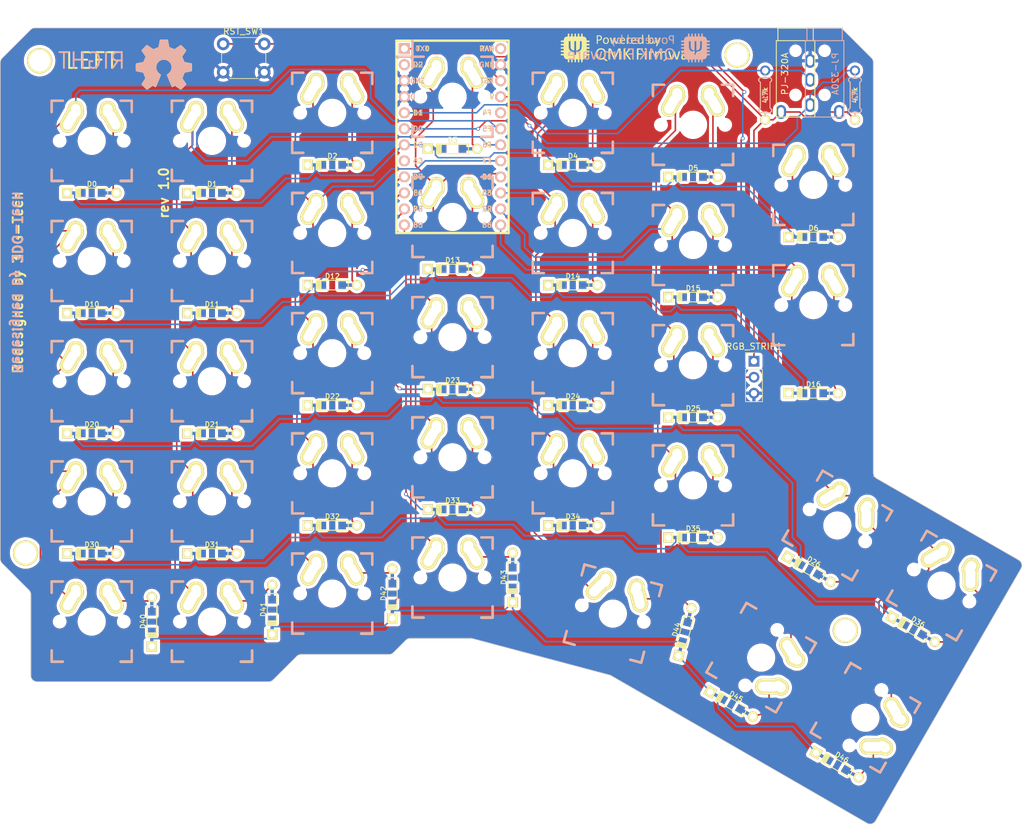
<source format=kicad_pcb>
(kicad_pcb (version 20221018) (generator pcbnew)
  (title_block (title "Redox keyboard PCB") (date "2018-05-05") (rev "1.0") (comment 1 "designed by Mattia Dal Ben (aka u/TiaMaT102)") (comment 2 "https://github.com/mattdibi/redox-keyboard"))
  (layers (0 "F.Cu" signal) (31 "B.Cu" signal) (34 "B.Paste" user) (35 "F.Paste" user) (36 "B.SilkS" user "B.Silkscreen") (37 "F.SilkS" user "F.Silkscreen") (38 "B.Mask" user) (39 "F.Mask" user) (44 "Edge.Cuts" user))
  (net 0 "")
  (net 1 "Net-(D0-Pad2)")
  (net 2 "row0")
  (net 3 "Net-(D1-Pad2)")
  (net 4 "Net-(D2-Pad2)")
  (net 5 "Net-(D3-Pad2)")
  (net 6 "Net-(D4-Pad2)")
  (net 7 "Net-(D5-Pad2)")
  (net 8 "Net-(D6-Pad2)")
  (net 9 "Net-(D10-Pad2)")
  (net 10 "row1")
  (net 11 "Net-(D11-Pad2)")
  (net 12 "Net-(D12-Pad2)")
  (net 13 "Net-(D13-Pad2)")
  (net 14 "Net-(D14-Pad2)")
  (net 15 "Net-(D15-Pad2)")
  (net 16 "Net-(D16-Pad2)")
  (net 17 "Net-(D20-Pad2)")
  (net 18 "row2")
  (net 19 "Net-(D21-Pad2)")
  (net 20 "Net-(D22-Pad2)")
  (net 21 "Net-(D23-Pad2)")
  (net 22 "Net-(D24-Pad2)")
  (net 23 "Net-(D25-Pad2)")
  (net 24 "Net-(D26-Pad2)")
  (net 25 "Net-(D30-Pad2)")
  (net 26 "row3")
  (net 27 "Net-(D31-Pad2)")
  (net 28 "Net-(D32-Pad2)")
  (net 29 "Net-(D33-Pad2)")
  (net 30 "Net-(D34-Pad2)")
  (net 31 "Net-(D35-Pad2)")
  (net 32 "Net-(D36-Pad2)")
  (net 33 "Net-(D40-Pad2)")
  (net 34 "row4")
  (net 35 "Net-(D41-Pad2)")
  (net 36 "Net-(D42-Pad2)")
  (net 37 "Net-(D43-Pad2)")
  (net 38 "Net-(D44-Pad2)")
  (net 39 "Net-(D45-Pad2)")
  (net 40 "Net-(D46-Pad2)")
  (net 41 "col0")
  (net 42 "col1")
  (net 43 "col2")
  (net 44 "col3")
  (net 45 "col4")
  (net 46 "col5")
  (net 47 "col6")
  (net 48 "VCC")
  (net 49 "SDA")
  (net 50 "SCL")
  (net 51 "rgb_data")
  (net 52 "GND")
  (net 53 "RST")
  (net 54 "Net-(U1-Pad2)")
  (net 55 "Net-(U1-Pad8)")
  (net 56 "Net-(U1-Pad20)")
  (net 57 "Net-(U1-Pad24)")
  (footprint "Keebio-Parts:Diode-dual" (layer "F.Cu") (at 93.98 60.110682 180)
    (fp_text reference "D0")
    (fp_text value "D" hide)
  )
  (footprint "Keebio-Parts:Diode-dual" (layer "F.Cu") (at 113.03 60.110682 180)
    (fp_text reference "D1")
    (fp_text value "D" hide)
  )
  (footprint "Keebio-Parts:Diode-dual" (layer "F.Cu") (at 132.08 55.665682 180)
    (fp_text reference "D2")
    (fp_text value "D" hide)
  )
  (footprint "Keebio-Parts:Diode-dual" (layer "F.Cu") (at 151.13 53.125682 180)
    (fp_text reference "D3")
    (fp_text value "D" hide)
  )
  (footprint "Keebio-Parts:Diode-dual" (layer "F.Cu") (at 170.18 55.665682 180)
    (fp_text reference "D4")
    (fp_text value "D" hide)
  )
  (footprint "Keebio-Parts:Diode-dual" (layer "F.Cu") (at 189.23 57.570682 180)
    (fp_text reference "D5")
    (fp_text value "D" hide)
  )
  (footprint "Keebio-Parts:Diode-dual" (layer "F.Cu") (at 208.28 67.095682 180)
    (fp_text reference "D6")
    (fp_text value "D" hide)
  )
  (footprint "Keebio-Parts:Diode-dual" (layer "F.Cu") (at 93.98 79.160682 180)
    (fp_text reference "D10")
    (fp_text value "D" hide)
  )
  (footprint "Keebio-Parts:Diode-dual" (layer "F.Cu") (at 113.03 79.160682 180)
    (fp_text reference "D11")
    (fp_text value "D" hide)
  )
  (footprint "Keebio-Parts:Diode-dual" (layer "F.Cu") (at 132.08 74.715682 180)
    (fp_text reference "D12")
    (fp_text value "D" hide)
  )
  (footprint "Keebio-Parts:Diode-dual" (layer "F.Cu") (at 151.13 72.175682 180)
    (fp_text reference "D13")
    (fp_text value "D" hide)
  )
  (footprint "Keebio-Parts:Diode-dual" (layer "F.Cu") (at 170.18 74.715682 180)
    (fp_text reference "D14")
    (fp_text value "D" hide)
  )
  (footprint "Keebio-Parts:Diode-dual" (layer "F.Cu") (at 189.23 76.620682 180)
    (fp_text reference "D15")
    (fp_text value "D" hide)
  )
  (footprint "Keebio-Parts:Diode-dual" (layer "F.Cu") (at 208.28 91.860682 180)
    (fp_text reference "D16")
    (fp_text value "D" hide)
  )
  (footprint "Keebio-Parts:Diode-dual" (layer "F.Cu") (at 93.98 98.210682 180)
    (fp_text reference "D20")
    (fp_text value "D" hide)
  )
  (footprint "Keebio-Parts:Diode-dual" (layer "F.Cu") (at 113.03 98.210682 180)
    (fp_text reference "D21")
    (fp_text value "D" hide)
  )
  (footprint "Keebio-Parts:Diode-dual" (layer "F.Cu") (at 132.08 93.765682 180)
    (fp_text reference "D22")
    (fp_text value "D" hide)
  )
  (footprint "Keebio-Parts:Diode-dual" (layer "F.Cu") (at 151.13 91.225682 180)
    (fp_text reference "D23")
    (fp_text value "D" hide)
  )
  (footprint "Keebio-Parts:Diode-dual" (layer "F.Cu") (at 170.18 93.765682 180)
    (fp_text reference "D24")
    (fp_text value "D" hide)
  )
  (footprint "Keebio-Parts:Diode-dual" (layer "F.Cu") (at 189.23 95.670682 180)
    (fp_text reference "D25")
    (fp_text value "D" hide)
  )
  (footprint "Keebio-Parts:Diode-dual" (layer "F.Cu") (at 207.645 119.800682 150)
    (fp_text reference "D26")
    (fp_text value "D" hide)
  )
  (footprint "Keebio-Parts:Diode-dual" (layer "F.Cu") (at 93.98 117.260682 180)
    (fp_text reference "D30")
    (fp_text value "D" hide)
  )
  (footprint "Keebio-Parts:Diode-dual" (layer "F.Cu") (at 113.03 117.260682 180)
    (fp_text reference "D31")
    (fp_text value "D" hide)
  )
  (footprint "Keebio-Parts:Diode-dual" (layer "F.Cu") (at 132.08 112.815682 180)
    (fp_text reference "D32")
    (fp_text value "D" hide)
  )
  (footprint "Keebio-Parts:Diode-dual" (layer "F.Cu") (at 151.13 110.275682 180)
    (fp_text reference "D33")
    (fp_text value "D" hide)
  )
  (footprint "Keebio-Parts:Diode-dual" (layer "F.Cu") (at 170.18 112.815682 180)
    (fp_text reference "D34")
    (fp_text value "D" hide)
  )
  (footprint "Keebio-Parts:Diode-dual" (layer "F.Cu") (at 189.23 114.720682 180)
    (fp_text reference "D35")
    (fp_text value "D" hide)
  )
  (footprint "Keebio-Parts:Diode-dual" (layer "F.Cu") (at 224.155 129.325682 150)
    (fp_text reference "D36")
    (fp_text value "D" hide)
  )
  (footprint "Keebio-Parts:Diode-dual" (layer "F.Cu") (at 103.505 128.055682 -90)
    (fp_text reference "D40")
    (fp_text value "D" hide)
  )
  (footprint "Keebio-Parts:Diode-dual" (layer "F.Cu") (at 122.555 126.150682 -90)
    (fp_text reference "D41")
    (fp_text value "D" hide)
  )
  (footprint "Keebio-Parts:Diode-dual" (layer "F.Cu") (at 141.605 123.610682 -90)
    (fp_text reference "D42")
    (fp_text value "D" hide)
  )
  (footprint "Keebio-Parts:Diode-dual" (layer "F.Cu") (at 160.655 121.070682 -90)
    (fp_text reference "D43")
    (fp_text value "D" hide)
  )
  (footprint "Keebio-Parts:Diode-dual" (layer "F.Cu") (at 187.96 129.706682 -105)
    (fp_text reference "D44")
    (fp_text value "D" hide)
  )
  (footprint "Keebio-Parts:Diode-dual" (layer "F.Cu") (at 195.326 141.136682 150)
    (fp_text reference "D45")
    (fp_text value "D" hide)
  )
  (footprint "Keebio-Parts:Diode-dual" (layer "F.Cu") (at 212.09 150.788682 150)
    (fp_text reference "D46")
    (fp_text value "D" hide)
  )
  (footprint "Keebio-Parts:Mx_Alps_100-dualside" (layer "F.Cu") (at 93.98 51.855682)
    (fp_text reference "K0" hide)
    (fp_text value "KEYSW" hide)
  )
  (footprint "canadian_footprints:Mx_Alps_100-dualside" (layer "F.Cu") (at 113.03 51.855682)
    (fp_text reference "K1" hide)
    (fp_text value "KEYSW" hide)
  )
  (footprint "canadian_footprints:Mx_Alps_100-dualside" (layer "F.Cu") (at 132.08 47.410682)
    (fp_text reference "K2" hide)
    (fp_text value "KEYSW" hide)
  )
  (footprint "canadian_footprints:Mx_Alps_100-dualside" (layer "F.Cu") (at 151.13 44.870682)
    (fp_text reference "K3" hide)
    (fp_text value "KEYSW" hide)
  )
  (footprint "canadian_footprints:Mx_Alps_100-dualside" (layer "F.Cu") (at 170.18 47.410682)
    (fp_text reference "K4" hide)
    (fp_text value "KEYSW" hide)
  )
  (footprint "canadian_footprints:Mx_Alps_100-dualside" (layer "F.Cu") (at 189.23 49.315682)
    (fp_text reference "K5" hide)
    (fp_text value "KEYSW" hide)
  )
  (footprint "canadian_footprints:Mx_Alps_100-dualside" (layer "F.Cu") (at 208.28 58.840682)
    (fp_text reference "K6" hide)
    (fp_text value "KEYSW" hide)
  )
  (footprint "Keebio-Parts:Mx_Alps_100-dualside" (layer "F.Cu") (at 93.98 70.905682)
    (fp_text reference "K10" hide)
    (fp_text value "KEYSW" hide)
  )
  (footprint "canadian_footprints:Mx_Alps_100-dualside" (layer "F.Cu") (at 113.03 70.905682)
    (fp_text reference "K11" hide)
    (fp_text value "KEYSW" hide)
  )
  (footprint "canadian_footprints:Mx_Alps_100-dualside" (layer "F.Cu") (at 132.08 66.460682)
    (fp_text reference "K12" hide)
    (fp_text value "KEYSW" hide)
  )
  (footprint "canadian_footprints:Mx_Alps_100-dualside" (layer "F.Cu") (at 151.13 63.920682)
    (fp_text reference "K13" hide)
    (fp_text value "KEYSW" hide)
  )
  (footprint "canadian_footprints:Mx_Alps_100-dualside" (layer "F.Cu") (at 170.18 66.460682)
    (fp_text reference "K14" hide)
    (fp_text value "KEYSW" hide)
  )
  (footprint "canadian_footprints:Mx_Alps_100-dualside" (layer "F.Cu") (at 189.23 68.365682)
    (fp_text reference "K15" hide)
    (fp_text value "KEYSW" hide)
  )
  (footprint "Keebio-Parts:Mx_Alps_100-dualside" (layer "F.Cu") (at 208.28 77.890682)
    (fp_text reference "K16" hide)
    (fp_text value "KEYSW" hide)
  )
  (footprint "Keebio-Parts:Mx_Alps_100-dualside" (layer "F.Cu") (at 93.98 89.955682)
    (fp_text reference "K20" hide)
    (fp_text value "KEYSW" hide)
  )
  (footprint "canadian_footprints:Mx_Alps_100-dualside" (layer "F.Cu") (at 113.03 89.955682)
    (fp_text reference "K21" hide)
    (fp_text value "KEYSW" hide)
  )
  (footprint "canadian_footprints:Mx_Alps_100-dualside" (layer "F.Cu") (at 132.08 85.510682)
    (fp_text reference "K22" hide)
    (fp_text value "KEYSW" hide)
  )
  (footprint "canadian_footprints:Mx_Alps_100-dualside" (layer "F.Cu") (at 151.13 82.970682)
    (fp_text reference "K23" hide)
    (fp_text value "KEYSW" hide)
  )
  (footprint "canadian_footprints:Mx_Alps_100-dualside" (layer "F.Cu") (at 170.18 85.510682)
    (fp_text reference "K24" hide)
    (fp_text value "KEYSW" hide)
  )
  (footprint "canadian_footprints:Mx_Alps_100-dualside" (layer "F.Cu") (at 189.23 87.415682)
    (fp_text reference "K25" hide)
    (fp_text value "KEYSW" hide)
  )
  (footprint "canadian_footprints:Mx_Alps_100-dualside" (layer "F.Cu") (at 212.09 112.815682 -30)
    (fp_text reference "K26" hide)
    (fp_text value "KEYSW" hide)
  )
  (footprint "Keebio-Parts:Mx_Alps_100-dualside" (layer "F.Cu") (at 93.98 109.005682)
    (fp_text reference "K30" hide)
    (fp_text value "KEYSW" hide)
  )
  (footprint "canadian_footprints:Mx_Alps_100-dualside" (layer "F.Cu") (at 113.03 109.005682)
    (fp_text reference "K31" hide)
    (fp_text value "KEYSW" hide)
  )
  (footprint "canadian_footprints:Mx_Alps_100-dualside" (layer "F.Cu") (at 132.08 104.560682)
    (fp_text reference "K32" hide)
    (fp_text value "KEYSW" hide)
  )
  (footprint "canadian_footprints:Mx_Alps_100-dualside" (layer "F.Cu") (at 151.13 102.020682)
    (fp_text reference "K33" hide)
    (fp_text value "KEYSW" hide)
  )
  (footprint "canadian_footprints:Mx_Alps_100-dualside" (layer "F.Cu") (at 170.18 104.560682)
    (fp_text reference "K34" hide)
    (fp_text value "KEYSW" hide)
  )
  (footprint "canadian_footprints:Mx_Alps_100-dualside" (layer "F.Cu") (at 189.23 106.465682)
    (fp_text reference "K35" hide)
    (fp_text value "KEYSW" hide)
  )
  (footprint "canadian_footprints:Mx_Alps_100-dualside" (layer "F.Cu") (at 228.6 122.340682 -30)
    (fp_text reference "K36" hide)
    (fp_text value "KEYSW" hide)
  )
  (footprint "canadian_footprints:Mx_Alps_100-dualside" (layer "F.Cu") (at 93.98 128.055682)
    (fp_text reference "K40" hide)
    (fp_text value "KEYSW" hide)
  )
  (footprint "canadian_footprints:Mx_Alps_100-dualside" (layer "F.Cu") (at 113.03 128.055682)
    (fp_text reference "K41" hide)
    (fp_text value "KEYSW" hide)
  )
  (footprint "canadian_footprints:Mx_Alps_100-dualside" (layer "F.Cu") (at 132.08 123.610682)
    (fp_text reference "K42" hide)
    (fp_text value "KEYSW" hide)
  )
  (footprint "canadian_footprints:Mx_Alps_100-dualside" (layer "F.Cu") (at 151.13 121.070682)
    (fp_text reference "K43" hide)
    (fp_text value "KEYSW" hide)
  )
  (footprint "myparts:Mx_Alps_125-dualside" (layer "F.Cu") (at 176.53 126.785682 -15)
    (fp_text reference "K44" hide)
    (fp_text value "KEYSW" hide)
  )
  (footprint "canadian_footprints:Mx_Alps_150-dualsided" (layer "F.Cu") (at 200.025 133.770682 -120)
    (fp_text reference "K45" hide)
    (fp_text value "KEYSW" hide)
  )
  (footprint "canadian_footprints:Mx_Alps_150-dualsided" (layer "F.Cu") (at 216.535 143.295682 -120)
    (fp_text reference "K46" hide)
    (fp_text value "KEYSW" hide)
  )
  (footprint "Keebio-Parts:Resistor-Compact" (layer "F.Cu") (at 200.66 44.616682 90)
    (fp_text reference "R1")
    (fp_text value "4.7k")
  )
  (footprint "Keebio-Parts:Resistor-Compact" (layer "F.Cu") (at 214.884 44.616682 90)
    (fp_text reference "R2")
    (fp_text value "4.7k")
  )
  (footprint "Pin_Headers:Pin_Header_Straight_1x03_Pitch2.54mm" (layer "F.Cu") (at 198.882 86.780682)
    (fp_text reference "RGB_STRIP1")
    (fp_text value "Conn_01x03")
  )
  (footprint "Buttons_Switches_ThroughHole:SW_PUSH_6mm_h4.3mm" (layer "F.Cu") (at 114.808 36.488682)
    (fp_text reference "RST_SW1")
    (fp_text value "SW_PUSH")
  )
  (footprint "Keebio-Parts:TRRS-PJ-320A-dual" (layer "F.Cu") (at 207.772 35.980682)
    (fp_text reference "TRRS1")
    (fp_text value "Audio-Jack-4")
  )
  (footprint "Keebio-Parts:ArduinoProMicro" (layer "F.Cu") (at 151.13 51.220682 -90)
    (fp_text reference "U1" hide)
    (fp_text value "ProMicro" hide)
  )
  (footprint "keyboard_parts:HOLE_M3" (layer "F.Cu") (at 213.36 129.452682)
    (fp_text reference "HOLE_M3" hide)
    (fp_text value "VAL**" hide)
  )
  (footprint "keyboard_parts:HOLE_M3" (layer "F.Cu") (at 85.725 39.155682)
    (fp_text reference "HOLE_M3" hide)
    (fp_text value "VAL**" hide)
  )
  (footprint "keyboard_parts:HOLE_M3" (layer "F.Cu") (at 103.508163 114.18153)
    (fp_text reference "HOLE_M3" hide)
    (fp_text value "VAL**" hide)
  )
  (footprint "keyboard_parts:HOLE_M3" (layer "F.Cu") (at 196.215 37.250682)
    (fp_text reference "HOLE_M3" hide)
    (fp_text value "VAL**" hide)
  )
  (footprint "Symbols:OSHW-Symbol_8.9x8mm_SilkScreen" (layer "F.Cu") (at 105.41 39.790682)
    (fp_text reference "REF***" hide)
    (fp_text value "OSHW-Logo2_14.6x12mm_SilkScreen" hide)
  )
  (footprint "myparts:qmk-badge" (layer "F.Cu") (at 179.578 37.123682)
    (fp_text reference "G***" hide)
    (fp_text value "LOGO" hide)
  )
  (footprint "Symbols:OSHW-Symbol_8.9x8mm_SilkScreen" (layer "B.Cu") (at 105.41 39.790682 180)
    (fp_text reference "REF***" hide)
    (fp_text value "OSHW-Logo2_14.6x12mm_SilkScreen" hide)
  )
  (footprint "myparts:qmk-badge" (layer "B.Cu") (at 180.594 37.123682 180)
    (fp_text reference "G***" hide)
    (fp_text value "LOGO" hide)
  )
  (gr_arc (start 85.328 137.580682) (mid 84.6209 137.287788) (end 84.328 136.580682) (stroke (width 0.1)) (layer "Edge.Cuts"))
  (gr_arc (start 240.812752 118.285901) (mid 241.280145 118.892733) (end 241.181078 119.652272) (stroke (width 0.1)) (layer "Edge.Cuts"))
  (gr_arc (start 79.502 39.442896) (mid 79.57812 39.060213) (end 79.794893 38.735789) (stroke (width 0.1)) (layer "Edge.Cuts"))
  (gr_line (start 217.512107 38.735789) (end 213.017893 34.241575) (stroke (width 0.1)) (layer "Edge.Cuts"))
  (gr_arc (start 212.310786 33.948682) (mid 212.693469 34.024802) (end 213.017893 34.241575) (stroke (width 0.1)) (layer "Edge.Cuts"))
  (gr_line (start 217.805 39.442896) (end 217.805 49.188682) (stroke (width 0.1)) (layer "Edge.Cuts"))
  (gr_line (start 218.146729 159.632836) (end 241.181078 119.652272) (stroke (width 0.1)) (layer "Edge.Cuts"))
  (gr_line (start 176.02107 136.530666) (end 154.304289 130.756262) (stroke (width 0.1)) (layer "Edge.Cuts"))
  (gr_arc (start 176.02107 136.530666) (mid 176.145671 136.572745) (end 176.263672 136.630812) (stroke (width 0.1)) (layer "Edge.Cuts"))
  (gr_line (start 79.794893 38.735789) (end 84.289107 34.241575) (stroke (width 0.1)) (layer "Edge.Cuts"))
  (gr_line (start 141.770893 132.969789) (end 143.725107 131.015575) (stroke (width 0.1)) (layer "Edge.Cuts"))
  (gr_line (start 84.328 123.770896) (end 84.328 136.580682) (stroke (width 0.1)) (layer "Edge.Cuts"))
  (gr_arc (start 84.289107 34.241575) (mid 84.613532 34.024811) (end 84.996214 33.948682) (stroke (width 0.1)) (layer "Edge.Cuts"))
  (gr_line (start 79.502 42.330682) (end 79.502 118.116468) (stroke (width 0.1)) (layer "Edge.Cuts"))
  (gr_line (start 216.780625 159.999866) (end 176.263672 136.630812) (stroke (width 0.1)) (layer "Edge.Cuts"))
  (gr_line (start 85.328 137.580682) (end 122.013786 137.580682) (stroke (width 0.1)) (layer "Edge.Cuts"))
  (gr_line (start 212.310786 33.948682) (end 84.996214 33.948682) (stroke (width 0.1)) (layer "Edge.Cuts"))
  (gr_line (start 127.160214 133.262682) (end 141.063786 133.262682) (stroke (width 0.1)) (layer "Edge.Cuts"))
  (gr_line (start 79.794893 118.823575) (end 84.035107 123.063789) (stroke (width 0.1)) (layer "Edge.Cuts"))
  (gr_arc (start 218.146729 159.632836) (mid 217.539717 160.099376) (end 216.780625 159.999866) (stroke (width 0.1)) (layer "Edge.Cuts"))
  (gr_arc (start 126.453107 133.555575) (mid 126.77753 133.338802) (end 127.160214 133.262682) (stroke (width 0.1)) (layer "Edge.Cuts"))
  (gr_line (start 122.720893 137.287789) (end 126.453107 133.555575) (stroke (width 0.1)) (layer "Edge.Cuts"))
  (gr_arc (start 218.306876 105.356993) (mid 217.939521 104.990824) (end 217.805 104.489888) (stroke (width 0.1)) (layer "Edge.Cuts"))
  (gr_line (start 217.805 49.188682) (end 217.805 104.489888) (stroke (width 0.1)) (layer "Edge.Cuts"))
  (gr_line (start 218.306876 105.356993) (end 240.812752 118.285901) (stroke (width 0.1)) (layer "Edge.Cuts"))
  (gr_arc (start 79.794893 118.823575) (mid 79.57812 118.499152) (end 79.502 118.116468) (stroke (width 0.1)) (layer "Edge.Cuts"))
  (gr_arc (start 154.047322 130.722682) (mid 154.176897 130.731115) (end 154.304289 130.756262) (stroke (width 0.1)) (layer "Edge.Cuts"))
  (gr_arc (start 143.725107 131.015575) (mid 144.049532 130.798811) (end 144.432214 130.722682) (stroke (width 0.1)) (layer "Edge.Cuts"))
  (gr_arc (start 217.512107 38.735789) (mid 217.72888 39.060212) (end 217.805 39.442896) (stroke (width 0.1)) (layer "Edge.Cuts"))
  (gr_arc (start 122.720893 137.287789) (mid 122.39647 137.504562) (end 122.013786 137.580682) (stroke (width 0.1)) (layer "Edge.Cuts"))
  (gr_arc (start 84.035107 123.063789) (mid 84.25188 123.388212) (end 84.328 123.770896) (stroke (width 0.1)) (layer "Edge.Cuts"))
  (gr_arc (start 141.770893 132.969789) (mid 141.44647 133.186561) (end 141.063786 133.262682) (stroke (width 0.1)) (layer "Edge.Cuts"))
  (gr_line (start 154.047322 130.722682) (end 144.432214 130.722682) (stroke (width 0.1)) (layer "Edge.Cuts"))
  (gr_line (start 79.502 39.442896) (end 79.502 42.330682) (stroke (width 0.1)) (layer "Edge.Cuts"))
  (gr_text "Redesigned by 3DG-Tech" (at 81.28 88.9 -90) (layer "B.SilkS") (effects (font (size 1.5 1.5) (thickness 0.3) bold) (justify left bottom mirror)))
  (gr_text "RIGHT" (at 93.98 39.155682) (layer "B.SilkS") (effects (font (size 2.5 2.5) (thickness 0.3)) (justify mirror)))
  (gr_text "LEFT" (at 93.98 39.155682) (layer "F.SilkS") (effects (font (size 2.5 2.5) (thickness 0.3))))
  (gr_text "Redesigned by 3DG-Tech" (at 83.169817 88.937439 90) (layer "F.SilkS") (effects (font (size 1.5 1.5) (thickness 0.3) bold) (justify left bottom)))
  (gr_text "rev 1.0" (at 105.41 60.110682 90) (layer "F.SilkS") (effects (font (size 1.5 1.5) (thickness 0.3))))
  (segment (start 97.385 48.585682) (end 97.385 59.615682) (width 0.25) (layer "F.Cu") (net 1))
  (segment (start 97.385 59.615682) (end 97.88 60.110682) (width 0.25) (layer "F.Cu") (net 1))
  (segment (start 110.33 61.286682) (end 110.744 61.700682) (width 0.25) (layer "B.Cu") (net 2))
  (segment (start 110.744 61.700682) (end 120.838 61.700682) (width 0.25) (layer "B.Cu") (net 2))
  (segment (start 120.838 61.700682) (end 124.714 57.824682) (width 0.25) (layer "B.Cu") (net 2))
  (segment (start 124.714 57.824682) (end 128.27 57.824682) (width 0.25) (layer "B.Cu") (net 2))
  (segment (start 128.27 57.824682) (end 129.38 56.714682) (width 0.25) (layer "B.Cu") (net 2))
  (segment (start 129.38 56.714682) (end 129.38 55.665682) (width 0.25) (layer "B.Cu") (net 2))
  (segment (start 129.38 56.394682) (end 130.302 57.316682) (width 0.25) (layer "B.Cu") (net 2))
  (segment (start 130.302 57.316682) (end 138.43 57.316682) (width 0.25) (layer "B.Cu") (net 2))
  (segment (start 138.43 57.316682) (end 143.256 52.490682) (width 0.25) (layer "B.Cu") (net 2))
  (segment (start 143.256 52.490682) (end 143.51 52.490682) (width 0.25) (layer "B.Cu") (net 2))
  (segment (start 147.795 52.490682) (end 148.43 53.125682) (width 0.25) (layer "B.Cu") (net 2))
  (segment (start 148.43 54.108682) (end 148.844 54.522682) (width 0.25) (layer "B.Cu") (net 2))
  (segment (start 148.844 54.522682) (end 156.972 54.522682) (width 0.25) (layer "B.Cu") (net 2))
  (segment (start 156.972 54.522682) (end 157.734 53.760682) (width 0.25) (layer "B.Cu") (net 2))
  (segment (start 157.734 53.760682) (end 165.575 53.760682) (width 0.25) (layer "B.Cu") (net 2))
  (segment (start 165.575 53.760682) (end 167.48 55.665682) (width 0.25) (layer "B.Cu") (net 2))
  (segment (start 167.48 56.648682) (end 169.926 59.094682) (width 0.25) (layer "B.Cu") (net 2))
  (segment (start 169.926 59.094682) (end 185.006 59.094682) (width 0.25) (layer "B.Cu") (net 2))
  (segment (start 185.006 59.094682) (end 186.53 57.570682) (width 0.25) (layer "B.Cu") (net 2))
  (segment (start 186.53 58.172682) (end 187.452 59.094682) (width 0.25) (layer "B.Cu") (net 2))
  (segment (start 187.452 59.094682) (end 197.579 59.094682) (width 0.25) (layer "B.Cu") (net 2))
  (segment (start 197.579 59.094682) (end 205.58 67.095682) (width 0.25) (layer "B.Cu") (net 2))
  (segment (start 167.48 55.665682) (end 167.48 56.648682) (width 0.25) (layer "B.Cu") (net 2))
  (segment (start 109.728 61.888682) (end 110.33 61.286682) (width 0.25) (layer "B.Cu") (net 2))
  (segment (start 91.28 60.883341) (end 92.285341 61.888682) (width 0.25) (layer "B.Cu") (net 2))
  (segment (start 148.43 53.125682) (end 148.43 54.108682) (width 0.25) (layer "B.Cu") (net 2))
  (segment (start 129.38 55.665682) (end 129.38 56.394682) (width 0.25) (layer "B.Cu") (net 2))
  (segment (start 91.28 60.110682) (end 91.28 60.883341) (width 0.25) (layer "B.Cu") (net 2))
  (segment (start 92.285341 61.888682) (end 109.728 61.888682) (width 0.25) (layer "B.Cu") (net 2))
  (segment (start 186.53 57.570682) (end 186.53 58.172682) (width 0.25) (layer "B.Cu") (net 2))
  (segment (start 143.51 52.490682) (end 147.795 52.490682) (width 0.25) (layer "B.Cu") (net 2))
  (segment (start 110.33 60.110682) (end 110.33 61.286682) (width 0.25) (layer "B.Cu") (net 2))
  (segment (start 116.185 59.365682) (end 116.93 60.110682) (width 0.25) (layer "F.Cu") (net 3))
  (segment (start 116.185 48.585682) (end 116.185 59.365682) (width 0.25) (layer "F.Cu") (net 3))
  (segment (start 135.235 54.920682) (end 135.98 55.665682) (width 0.25) (layer "F.Cu") (net 4))
  (segment (start 135.235 44.140682) (end 135.235 54.920682) (width 0.25) (layer "F.Cu") (net 4))
  (segment (start 154.285 52.380682) (end 155.03 53.125682) (width 0.25) (layer "F.Cu") (net 5))
  (segment (start 154.285 41.600682) (end 154.285 52.380682) (width 0.25) (layer "F.Cu") (net 5))
  (segment (start 173.335 54.920682) (end 174.08 55.665682) (width 0.25) (layer "F.Cu") (net 6))
  (segment (start 173.335 44.140682) (end 173.335 54.920682) (width 0.25) (layer "F.Cu") (net 6))
  (segment (start 192.385 56.825682) (end 193.13 57.570682) (width 0.25) (layer "F.Cu") (net 7))
  (segment (start 192.385 46.045682) (end 192.385 56.825682) (width 0.25) (layer "F.Cu") (net 7))
  (segment (start 211.435 66.350682) (end 212.18 67.095682) (width 0.25) (layer "F.Cu") (net 8))
  (segment (start 211.435 55.570682) (end 211.435 66.350682) (width 0.25) (layer "F.Cu") (net 8))
  (segment (start 97.385 78.665682) (end 97.88 79.160682) (width 0.25) (layer "F.Cu") (net 9))
  (segment (start 97.385 67.635682) (end 97.385 78.665682) (width 0.25) (layer "F.Cu") (net 9))
  (segment (start 143.002 57.570682) (end 140.462 60.110682) (width 0.25) (layer "F.Cu") (net 10))
  (segment (start 140.462 60.110682) (end 140.462 70.016682) (width 0.25) (layer "F.Cu") (net 10))
  (segment (start 140.462 70.016682) (end 138.176 72.302682) (width 0.25) (layer "F.Cu") (net 10))
  (segment (start 138.176 72.302682) (end 136.906 72.302682) (width 0.25) (layer "F.Cu") (net 10))
  (segment (start 143.51 57.570682) (end 143.002 57.570682) (width 0.25) (layer "F.Cu") (net 10))
  (via (at 136.906 72.302682) (size 0.6) (drill 0.4) (layers "F.Cu" "B.Cu") (net 10))
  (segment (start 110.33 80.082682) (end 110.998 80.750682) (width 0.25) (layer "B.Cu") (net 10))
  (segment (start 110.998 80.750682) (end 120.838 80.750682) (width 0.25) (layer "B.Cu") (net 10))
  (segment (start 120.838 80.750682) (end 124.206 77.382682) (width 0.25) (layer "B.Cu") (net 10))
  (segment (start 124.206 77.382682) (end 126.713 77.382682) (width 0.25) (layer "B.Cu") (net 10))
  (segment (start 126.713 77.382682) (end 129.38 74.715682) (width 0.25) (layer "B.Cu") (net 10))
  (segment (start 129.38 75.698682) (end 130.048 76.366682) (width 0.25) (layer "B.Cu") (net 10))
  (segment (start 130.048 76.366682) (end 141.224 76.366682) (width 0.25) (layer "B.Cu") (net 10))
  (segment (start 141.224 76.366682) (end 143.764 73.826682) (width 0.25) (layer "B.Cu") (net 10))
  (segment (start 143.764 73.826682) (end 146.779 73.826682) (width 0.25) (layer "B.Cu") (net 10))
  (segment (start 146.779 73.826682) (end 148.43 72.175682) (width 0.25) (layer "B.Cu") (net 10))
  (segment (start 148.43 73.158682) (end 148.844 73.572682) (width 0.25) (layer "B.Cu") (net 10))
  (segment (start 148.844 73.572682) (end 160.528 73.572682) (width 0.25) (layer "B.Cu") (net 10))
  (segment (start 160.528 73.572682) (end 163.576 76.620682) (width 0.25) (layer "B.Cu") (net 10))
  (segment (start 163.576 76.620682) (end 166.624 76.620682) (width 0.25) (layer "B.Cu") (net 10))
  (segment (start 166.624 76.620682) (end 167.48 75.764682) (width 0.25) (layer "B.Cu") (net 10))
  (segment (start 167.48 75.764682) (end 167.48 74.715682) (width 0.25) (layer "B.Cu") (net 10))
  (segment (start 167.48 75.444682) (end 168.656 76.620682) (width 0.25) (layer "B.Cu") (net 10))
  (segment (start 168.656 76.620682) (end 181.864 76.620682) (width 0.25) (layer "B.Cu") (net 10))
  (segment (start 181.864 76.620682) (end 184.15 78.906682) (width 0.25) (layer "B.Cu") (net 10))
  (segment (start 184.15 78.906682) (end 185.674 78.906682) (width 0.25) (layer "B.Cu") (net 10))
  (segment (start 185.674 78.906682) (end 186.53 78.050682) (width 0.25) (layer "B.Cu") (net 10))
  (segment (start 186.53 78.050682) (end 186.53 76.620682) (width 0.25) (layer "B.Cu") (net 10))
  (segment (start 186.53 77.796682) (end 187.386 78.652682) (width 0.25) (layer "B.Cu") (net 10))
  (segment (start 187.386 78.652682) (end 195.58 78.652682) (width 0.25) (layer "B.Cu") (net 10))
  (segment (start 195.58 78.652682) (end 206.705 89.777682) (width 0.25) (layer "B.Cu") (net 10))
  (segment (start 206.705 89.777682) (end 206.705 91.860682) (width 0.25) (layer "B.Cu") (net 10))
  (segment (start 136.906 72.302682) (end 136.652 72.556682) (width 0.25) (layer "B.Cu") (net 10))
  (segment (start 136.652 72.556682) (end 131.539 72.556682) (width 0.25) (layer "B.Cu") (net 10))
  (segment (start 131.539 72.556682) (end 129.38 74.715682) (width 0.25) (layer "B.Cu") (net 10))
  (segment (start 109.474 80.938682) (end 110.33 80.082682) (width 0.25) (layer "B.Cu") (net 10))
  (segment (start 91.28 79.160682) (end 91.28 79.856682) (width 0.25) (layer "B.Cu") (net 10))
  (segment (start 129.38 74.715682) (end 129.38 75.698682) (width 0.25) (layer "B.Cu") (net 10))
  (segment (start 148.43 72.175682) (end 148.43 73.158682) (width 0.25) (layer "B.Cu") (net 10))
  (segment (start 167.48 74.715682) (end 167.48 75.444682) (width 0.25) (layer "B.Cu") (net 10))
  (segment (start 91.28 79.856682) (end 92.362 80.938682) (width 0.25) (layer "B.Cu") (net 10))
  (segment (start 110.33 79.160682) (end 110.33 80.082682) (width 0.25) (layer "B.Cu") (net 10))
  (segment (start 92.362 80.938682) (end 109.474 80.938682) (width 0.25) (layer "B.Cu") (net 10))
  (segment (start 186.53 76.620682) (end 186.53 77.796682) (width 0.25) (layer "B.Cu") (net 10))
  (segment (start 116.185 78.415682) (end 116.93 79.160682) (width 0.25) (layer "F.Cu") (net 11))
  (segment (start 116.185 67.635682) (end 116.185 78.415682) (width 0.25) (layer "F.Cu") (net 11))
  (segment (start 135.235 73.970682) (end 135.98 74.715682) (width 0.25) (layer "F.Cu") (net 12))
  (segment (start 135.235 63.190682) (end 135.235 73.970682) (width 0.25) (layer "F.Cu") (net 12))
  (segment (start 154.285 71.430682) (end 155.03 72.175682) (width 0.25) (layer "F.Cu") (net 13))
  (segment (start 154.285 60.650682) (end 154.285 71.430682) (width 0.25) (layer "F.Cu") (net 13))
  (segment (start 173.335 73.970682) (end 174.08 74.715682) (width 0.25) (layer "F.Cu") (net 14))
  (segment (start 173.335 63.190682) (end 173.335 73.970682) (width 0.25) (layer "F.Cu") (net 14))
  (segment (start 192.385 75.875682) (end 193.13 76.620682) (width 0.25) (layer "F.Cu") (net 15))
  (segment (start 192.385 65.095682) (end 192.385 75.875682) (width 0.25) (layer "F.Cu") (net 15))
  (segment (start 211.55 90.595682) (end 212.18 91.860682) (width 0.25) (layer "F.Cu") (net 16))
  (segment (start 210.058 72.302682) (end 210.82 73.064682) (width 0.25) (layer "F.Cu") (net 16))
  (segment (start 211.55 90.595682) (end 211.55 74.755682) (width 0.25) (layer "F.Cu") (net 16))
  (segment (start 211.55 74.755682) (end 211.685 74.620682) (width 0.25) (layer "F.Cu") (net 16))
  (segment (start 97.385 86.685682) (end 97.385 97.715682) (width 0.25) (layer "F.Cu") (net 17))
  (segment (start 97.385 97.715682) (end 97.88 98.210682) (width 0.25) (layer "F.Cu") (net 17))
  (segment (start 143.002 60.110682) (end 141.224 61.888682) (width 0.25) (layer "F.Cu") (net 18))
  (segment (start 141.224 61.888682) (end 141.224 89.574682) (width 0.25) (layer "F.Cu") (net 18))
  (segment (start 141.224 89.574682) (end 142.748 91.098682) (width 0.25) (layer "F.Cu") (net 18))
  (segment (start 143.51 60.110682) (end 143.002 60.110682) (width 0.25) (layer "F.Cu") (net 18))
  (via (at 142.748 91.098682) (size 0.6) (drill 0.4) (layers "F.Cu" "B.Cu") (net 18))
  (segment (start 110.33 99.386682) (end 111.186 100.242682) (width 0.25) (layer "B.Cu") (net 18))
  (segment (start 111.186 100.242682) (end 119.38 100.242682) (width 0.25) (layer "B.Cu") (net 18))
  (segment (start 119.38 100.242682) (end 123.698 95.924682) (width 0.25) (layer "B.Cu") (net 18))
  (segment (start 123.698 95.924682) (end 128.27 95.924682) (width 0.25) (layer "B.Cu") (net 18))
  (segment (start 128.27 95.924682) (end 129.38 94.814682) (width 0.25) (layer "B.Cu") (net 18))
  (segment (start 129.38 94.814682) (end 130.048 95.482682) (width 0.25) (layer "B.Cu") (net 18))
  (segment (start 130.048 95.482682) (end 140.904 95.482682) (width 0.25) (layer "B.Cu") (net 18))
  (segment (start 140.904 95.482682) (end 143.256 93.130682) (width 0.25) (layer "B.Cu") (net 18))
  (segment (start 143.256 93.130682) (end 147.574 93.130682) (width 0.25) (layer "B.Cu") (net 18))
  (segment (start 147.574 93.130682) (end 148.43 92.274682) (width 0.25) (layer "B.Cu") (net 18))
  (segment (start 148.43 92.274682) (end 148.43 91.225682) (width 0.25) (layer "B.Cu") (net 18))
  (segment (start 148.43 92.208682) (end 149.606 93.384682) (width 0.25) (layer "B.Cu") (net 18))
  (segment (start 149.606 93.384682) (end 163.322 93.384682) (width 0.25) (layer "B.Cu") (net 18))
  (segment (start 163.322 93.384682) (end 165.1 95.162682) (width 0.25) (layer "B.Cu") (net 18))
  (segment (start 165.1 95.162682) (end 167.132 95.162682) (width 0.25) (layer "B.Cu") (net 18))
  (segment (start 167.132 95.162682) (end 167.48 94.814682) (width 0.25) (layer "B.Cu") (net 18))
  (segment (start 167.48 94.814682) (end 167.48 93.765682) (width 0.25) (layer "B.Cu") (net 18))
  (segment (start 167.48 94.494682) (end 170.434 97.448682) (width 0.25) (layer "B.Cu") (net 18))
  (segment (start 170.434 97.448682) (end 185.674 97.448682) (width 0.25) (layer "B.Cu") (net 18))
  (segment (start 185.674 97.448682) (end 186.53 96.592682) (width 0.25) (layer "B.Cu") (net 18))
  (segment (start 186.53 96.592682) (end 186.53 95.670682) (width 0.25) (layer "B.Cu") (net 18))
  (segment (start 186.53 96.526682) (end 187.706 97.702682) (width 0.25) (layer "B.Cu") (net 18))
  (segment (start 187.706 97.702682) (end 196.596 97.702682) (width 0.25) (layer "B.Cu") (net 18))
  (segment (start 196.596 97.702682) (end 204.978 106.084682) (width 0.25) (layer "B.Cu") (net 18))
  (segment (start 204.978 106.084682) (end 204.978 114.720682) (width 0.25) (layer "B.Cu") (net 18))
  (segment (start 204.978 114.720682) (end 206.28101 116.023692) (width 0.25) (layer "B.Cu") (net 18))
  (segment (start 206.28101 116.023692) (end 206.28101 119.013182) (width 0.25) (layer "B.Cu") (net 18))
  (segment (start 142.748 91.098682) (end 142.875 91.225682) (width 0.25) (layer "B.Cu") (net 18))
  (segment (start 142.875 91.225682) (end 147.23 91.225682) (width 0.25) (layer "B.Cu") (net 18))
  (segment (start 147.23 91.225682) (end 148.43 91.225682) (width 0.25) (layer "B.Cu") (net 18))
  (segment (start 167.48 93.765682) (end 167.48 94.494682) (width 0.25) (layer "B.Cu") (net 18))
  (segment (start 110.33 98.210682) (end 110.33 99.386682) (width 0.25) (layer "B.Cu") (net 18))
  (segment (start 129.38 93.765682) (end 129.38 94.814682) (width 0.25) (layer "B.Cu") (net 18))
  (segment (start 186.53 95.670682) (end 186.53 96.526682) (width 0.25) (layer "B.Cu") (net 18))
  (segment (start 148.43 91.225682) (end 148.43 92.208682) (width 0.25) (layer "B.Cu") (net 18))
  (segment (start 109.474 100.242682) (end 110.33 99.386682) (width 0.25) (layer "B.Cu") (net 18))
  (segment (start 91.28 98.210682) (end 91.28 98.906682) (width 0.25) (layer "B.Cu") (net 18))
  (segment (start 92.616 100.242682) (end 109.474 100.242682) (width 0.25) (layer "B.Cu") (net 18))
  (segment (start 91.28 98.906682) (end 92.616 100.242682) (width 0.25) (layer "B.Cu") (net 18))
  (segment (start 116.185 97.465682) (end 116.93 98.210682) (width 0.25) (layer "F.Cu") (net 19))
  (segment (start 116.185 86.685682) (end 116.185 97.465682) (width 0.25) (layer "F.Cu") (net 19))
  (segment (start 135.235 93.020682) (end 135.98 93.765682) (width 0.25) (layer "F.Cu") (net 20))
  (segment (start 135.235 82.240682) (end 135.235 93.020682) (width 0.25) (layer "F.Cu") (net 20))
  (segment (start 154.285 90.480682) (end 155.03 91.225682) (width 0.25) (layer "F.Cu") (net 21))
  (segment (start 154.285 79.700682) (end 154.285 90.480682) (width 0.25) (layer "F.Cu") (net 21))
  (segment (start 173.335 93.020682) (end 174.08 93.765682) (width 0.25) (layer "F.Cu") (net 22))
  (segment (start 173.335 82.240682) (end 173.335 93.020682) (width 0.25) (layer "F.Cu") (net 22))
  (segment (start 192.385 94.925682) (end 193.13 95.670682) (width 0.25) (layer "F.Cu") (net 23))
  (segment (start 192.385 84.145682) (end 192.385 94.925682) (width 0.25) (layer "F.Cu") (net 23))
  (segment (start 216.45731 111.975992) (end 218.186 113.704682) (width 0.25) (layer "F.Cu") (net 24))
  (segment (start 218.186 113.704682) (end 218.186 117.514682) (width 0.25) (layer "F.Cu") (net 24))
  (segment (start 218.186 117.514682) (end 213.95 121.750682) (width 0.25) (layer "F.Cu") (net 24))
  (segment (start 213.95 121.750682) (end 211.022499 121.750682) (width 0.25) (layer "F.Cu") (net 24))
  (segment (start 216.45731 111.561279) (end 216.45731 111.975992) (width 0.25) (layer "F.Cu") (net 24))
  (segment (start 97.385 105.735682) (end 97.385 116.765682) (width 0.25) (layer "F.Cu") (net 25))
  (segment (start 97.385 116.765682) (end 97.88 117.260682) (width 0.25) (layer "F.Cu") (net 25))
  (segment (start 143.51 62.904682) (end 141.986 64.428682) (width 0.25) (layer "F.Cu") (net 26))
  (segment (start 141.986 64.428682) (end 141.986 67.222682) (width 0.25) (layer "F.Cu") (net 26))
  (segment (start 141.986 67.222682) (end 143.764 69.000682) (width 0.25) (layer "F.Cu") (net 26))
  (segment (start 143.764 69.000682) (end 143.764 107.862682) (width 0.25) (layer "F.Cu") (net 26))
  (segment (start 143.51 62.650682) (end 143.51 62.904682) (width 0.25) (layer "F.Cu") (net 26))
  (via (at 143.764 107.862682) (size 0.6) (drill 0.4) (layers "F.Cu" "B.Cu") (net 26))
  (segment (start 110.33 118.116682) (end 110.998 118.784682) (width 0.25) (layer "B.Cu") (net 26))
  (segment (start 110.998 118.784682) (end 121.412 118.784682) (width 0.25) (layer "B.Cu") (net 26))
  (segment (start 121.412 118.784682) (end 125.476 114.720682) (width 0.25) (layer "B.Cu") (net 26))
  (segment (start 125.476 114.720682) (end 128.27 114.720682) (width 0.25) (layer "B.Cu") (net 26))
  (segment (start 128.27 114.720682) (end 129.38 113.610682) (width 0.25) (layer "B.Cu") (net 26))
  (segment (start 129.38 113.610682) (end 129.38 112.815682) (width 0.25) (layer "B.Cu") (net 26))
  (segment (start 129.38 113.544682) (end 130.556 114.720682) (width 0.25) (layer "B.Cu") (net 26))
  (segment (start 130.556 114.720682) (end 139.954 114.720682) (width 0.25) (layer "B.Cu") (net 26))
  (segment (start 139.954 114.720682) (end 143.002 111.672682) (width 0.25) (layer "B.Cu") (net 26))
  (segment (start 143.002 111.672682) (end 147.828 111.672682) (width 0.25) (layer "B.Cu") (net 26))
  (segment (start 147.828 111.672682) (end 148.43 111.070682) (width 0.25) (layer "B.Cu") (net 26))
  (segment (start 148.43 111.070682) (end 148.43 110.275682) (width 0.25) (layer "B.Cu") (net 26))
  (segment (start 148.43 111.004682) (end 150.114 112.688682) (width 0.25) (layer "B.Cu") (net 26))
  (segment (start 150.114 112.688682) (end 160.782 112.688682) (width 0.25) (layer "B.Cu") (net 26))
  (segment (start 160.782 112.688682) (end 162.56 114.466682) (width 0.25) (layer "B.Cu") (net 26))
  (segment (start 162.56 114.466682) (end 166.878 114.466682) (width 0.25) (layer "B.Cu") (net 26))
  (segment (start 166.878 114.466682) (end 167.48 113.864682) (width 0.25) (layer "B.Cu") (net 26))
  (segment (start 167.48 113.864682) (end 167.48 112.815682) (width 0.25) (layer "B.Cu") (net 26))
  (segment (start 167.48 113.798682) (end 168.148 114.466682) (width 0.25) (layer "B.Cu") (net 26))
  (segment (start 168.148 114.466682) (end 178.308 114.466682) (width 0.25) (layer "B.Cu") (net 26))
  (segment (start 178.308 114.466682) (end 180.34 116.498682) (width 0.25) (layer "B.Cu") (net 26))
  (segment (start 180.34 116.498682) (end 185.42 116.498682) (width 0.25) (layer "B.Cu") (net 26))
  (segment (start 185.42 116.498682) (end 186.53 115.388682) (width 0.25) (layer "B.Cu") (net 26))
  (segment (start 186.53 115.388682) (end 186.53 114.720682) (width 0.25) (layer "B.Cu") (net 26))
  (segment (start 186.53 115.068682) (end 188.468 117.006682) (width 0.25) (layer "B.Cu") (net 26))
  (segment (start 188.468 117.006682) (end 200.914 117.006682) (width 0.25) (layer "B.Cu") (net 26))
  (segment (start 200.914 117.006682) (end 208.788 124.880682) (width 0.25) (layer "B.Cu") (net 26))
  (segment (start 208.788 124.880682) (end 218.282501 124.880682) (width 0.25) (layer "B.Cu") (net 26))
  (segment (start 218.282501 124.880682) (end 220.777501 127.375682) (width 0.25) (layer "B.Cu") (net 26))
  (segment (start 220.777501 127.375682) (end 221.816731 127.975682) (width 0.25) (layer "B.Cu") (net 26))
  (segment (start 143.764 107.862682) (end 146.177 110.275682) (width 0.25) (layer "B.Cu") (net 26))
  (segment (start 146.177 110.275682) (end 147.23 110.275682) (width 0.25) (layer "B.Cu") (net 26))
  (segment (start 147.23 110.275682) (end 148.43 110.275682) (width 0.25) (layer "B.Cu") (net 26))
  (segment (start 148.43 110.275682) (end 148.43 111.004682) (width 0.25) (layer "B.Cu") (net 26))
  (segment (start 129.38 112.815682) (end 129.38 113.544682) (width 0.25) (layer "B.Cu") (net 26))
  (segment (start 91.28 117.260682) (end 91.28 118.210682) (width 0.25) (layer "B.Cu") (net 26))
  (segment (start 91.28 118.210682) (end 92.108 119.038682) (width 0.25) (layer "B.Cu") (net 26))
  (segment (start 109.474 119.038682) (end 110.33 118.182682) (width 0.25) (layer "B.Cu") (net 26))
  (segment (start 167.48 112.815682) (end 167.48 113.798682) (width 0.25) (layer "B.Cu") (net 26))
  (segment (start 110.33 118.182682) (end 110.33 117.260682) (width 0.25) (layer "B.Cu") (net 26))
  (segment (start 186.53 114.720682) (end 186.53 115.068682) (width 0.25) (layer "B.Cu") (net 26))
  (segment (start 110.33 117.260682) (end 110.33 118.116682) (width 0.25) (layer "B.Cu") (net 26))
  (segment (start 92.108 119.038682) (end 109.474 119.038682) (width 0.25) (layer "B.Cu") (net 26))
  (segment (start 116.185 116.515682) (end 116.93 117.260682) (width 0.25) (layer "F.Cu") (net 27))
  (segment (start 116.185 105.735682) (end 116.185 116.515682) (width 0.25) (layer "F.Cu") (net 27))
  (segment (start 135.235 112.070682) (end 135.98 112.815682) (width 0.25) (layer "F.Cu") (net 28))
  (segment (start 135.235 101.290682) (end 135.235 112.070682) (width 0.25) (layer "F.Cu") (net 28))
  (segment (start 154.285 109.530682) (end 155.03 110.275682) (width 0.25) (layer "F.Cu") (net 29))
  (segment (start 154.285 98.750682) (end 154.285 109.530682) (width 0.25) (layer "F.Cu") (net 29))
  (segment (start 173.335 112.070682) (end 174.08 112.815682) (width 0.25) (layer "F.Cu") (net 30))
  (segment (start 173.335 101.290682) (end 173.335 112.070682) (width 0.25) (layer "F.Cu") (net 30))
  (segment (start 192.385 113.975682) (end 193.13 114.720682) (width 0.25) (layer "F.Cu") (net 31))
  (segment (start 192.385 103.195682) (end 192.385 113.975682) (width 0.25) (layer "F.Cu") (net 31))
  (segment (start 232.96731 122.135992) (end 234.696 123.864682) (width 0.25) (layer "F.Cu") (net 32))
  (segment (start 234.696 123.864682) (end 234.696 126.150682) (width 0.25) (layer "F.Cu") (net 32))
  (segment (start 234.696 126.150682) (end 229.571 131.275682) (width 0.25) (layer "F.Cu") (net 32))
  (segment (start 229.571 131.275682) (end 227.532499 131.275682) (width 0.25) (layer "F.Cu") (net 32))
  (segment (start 232.96731 121.086279) (end 232.96731 122.135992) (width 0.25) (layer "F.Cu") (net 32))
  (segment (start 102.875 124.785682) (end 103.505 124.155682) (width 0.25) (layer "F.Cu") (net 33))
  (segment (start 97.135 124.785682) (end 102.875 124.785682) (width 0.25) (layer "F.Cu") (net 33))
  (segment (start 143.51 67.730682) (end 144.526 68.746682) (width 0.25) (layer "F.Cu") (net 34))
  (segment (start 144.526 68.746682) (end 144.526 119.292682) (width 0.25) (layer "F.Cu") (net 34))
  (segment (start 144.526 119.292682) (end 143.256 120.562682) (width 0.25) (layer "F.Cu") (net 34))
  (segment (start 143.256 120.562682) (end 143.256 123.534682) (width 0.25) (layer "F.Cu") (net 34))
  (segment (start 143.256 123.534682) (end 141.605 125.185682) (width 0.25) (layer "F.Cu") (net 34))
  (segment (start 143.51 65.190682) (end 143.51 67.730682) (width 0.25) (layer "F.Cu") (net 34))
  (segment (start 191.948501 139.186682) (end 192.987731 139.786682) (width 0.25) (layer "B.Cu") (net 34))
  (segment (start 193.241731 141.846413) (end 196.088 144.692682) (width 0.25) (layer "B.Cu") (net 34))
  (segment (start 196.088 144.692682) (end 205.074501 144.692682) (width 0.25) (layer "B.Cu") (net 34))
  (segment (start 205.074501 144.692682) (end 208.712501 148.838682) (width 0.25) (layer "B.Cu") (net 34))
  (segment (start 208.712501 148.838682) (end 209.751731 149.438682) (width 0.25) (layer "B.Cu") (net 34))
  (segment (start 122.555 130.050682) (end 122.555 128.850682) (width 0.25) (layer "B.Cu") (net 34))
  (segment (start 140.265 128.850682) (end 141.605 127.510682) (width 0.25) (layer "B.Cu") (net 34))
  (segment (start 141.605 127.510682) (end 141.605 126.310682) (width 0.25) (layer "B.Cu") (net 34))
  (segment (start 159.315 126.310682) (end 160.655 124.970682) (width 0.25) (layer "B.Cu") (net 34))
  (segment (start 160.655 124.970682) (end 160.655 123.770682) (width 0.25) (layer "B.Cu") (net 34))
  (segment (start 186.950606 133.473793) (end 187.261189 132.314682) (width 0.25) (layer "B.Cu") (net 34))
  (segment (start 160.655 126.023682) (end 165.859333 131.228015) (width 0.25) (layer "B.Cu") (net 34))
  (segment (start 165.859333 131.228015) (end 187.55236 131.228015) (width 0.25) (layer "B.Cu") (net 34))
  (segment (start 187.261189 133.86437) (end 191.948501 139.186682) (width 0.25) (layer "B.Cu") (net 34))
  (segment (start 191.948501 139.186682) (end 192.987731 139.786682) (width 0.25) (layer "B.Cu") (net 34))
  (segment (start 187.261189 132.314682) (end 187.139 132.314682) (width 0.25) (layer "B.Cu") (net 34))
  (segment (start 122.555 128.850682) (end 140.265 128.850682) (width 0.25) (layer "B.Cu") (net 34))
  (segment (start 103.505 130.755682) (end 121.85 130.755682) (width 0.25) (layer "B.Cu") (net 34))
  (segment (start 121.85 130.755682) (end 122.555 130.050682) (width 0.25) (layer "B.Cu") (net 34))
  (segment (start 192.987731 139.786682) (end 193.241731 141.846413) (width 0.25) (layer "B.Cu") (net 34))
  (segment (start 187.261189 132.314682) (end 187.261189 133.86437) (width 0.25) (layer "B.Cu") (net 34))
  (segment (start 160.655 123.770682) (end 160.655 126.023682) (width 0.25) (layer "B.Cu") (net 34))
  (segment (start 141.605 126.310682) (end 159.315 126.310682) (width 0.25) (layer "B.Cu") (net 34))
  (segment (start 120.02 124.785682) (end 122.555 122.250682) (width 0.25) (layer "F.Cu") (net 35))
  (segment (start 116.185 124.785682) (end 120.02 124.785682) (width 0.25) (layer "F.Cu") (net 35))
  (segment (start 140.975 120.340682) (end 141.605 119.710682) (width 0.25) (layer "F.Cu") (net 36))
  (segment (start 135.235 120.340682) (end 140.975 120.340682) (width 0.25) (layer "F.Cu") (net 36))
  (segment (start 160.025 117.800682) (end 160.655 117.170682) (width 0.25) (layer "F.Cu") (net 37))
  (segment (start 154.285 117.800682) (end 160.025 117.800682) (width 0.25) (layer "F.Cu") (net 37))
  (segment (start 187.473502 124.443679) (end 188.969394 125.939571) (width 0.25) (layer "F.Cu") (net 38))
  (segment (start 180.423834 124.443679) (end 180.423834 124.456516) (width 0.25) (layer "F.Cu") (net 38))
  (segment (start 180.423834 124.443679) (end 187.473502 124.443679) (width 0.25) (layer "F.Cu") (net 38))
  (segment (start 201.279403 141.533279) (end 200.107 142.705682) (width 0.25) (layer "F.Cu") (net 39))
  (segment (start 200.107 142.705682) (end 198.703499 143.086682) (width 0.25) (layer "F.Cu") (net 39))
  (segment (start 201.279403 138.137992) (end 201.279403 141.533279) (width 0.25) (layer "F.Cu") (net 39))
  (segment (start 217.789403 149.908778) (end 215.467499 152.738682) (width 0.25) (layer "F.Cu") (net 40))
  (segment (start 217.789403 147.662992) (end 217.789403 149.908778) (width 0.25) (layer "F.Cu") (net 40))
  (segment (start 90.436316 105.735682) (end 90.575 105.735682) (width 0.25) (layer "F.Cu") (net 41))
  (segment (start 85.852 71.264135) (end 89.480453 67.635682) (width 0.25) (layer "F.Cu") (net 41))
  (segment (start 90.436316 86.685682) (end 90.575 86.685682) (width 0.25) (layer "F.Cu") (net 41))
  (segment (start 85.852 101.147682) (end 85.852 91.269998) (width 0.25) (layer "F.Cu") (net 41))
  (segment (start 90.575 86.685682) (end 89.67 86.685682) (width 0.25) (layer "F.Cu") (net 41))
  (segment (start 91.46 104.215682) (end 88.92 104.215682) (width 0.25) (layer "F.Cu") (net 41))
  (segment (start 90.095 124.055682) (end 85.852 119.812682) (width 0.25) (layer "F.Cu") (net 41))
  (segment (start 89.480453 67.635682) (end 90.575 67.635682) (width 0.25) (layer "F.Cu") (net 41))
  (segment (start 91.46 66.115682) (end 88.92 66.115682) (width 0.25) (layer "F.Cu") (net 41))
  (segment (start 89.480453 48.585682) (end 90.575 48.585682) (width 0.25) (layer "F.Cu") (net 41))
  (segment (start 85.852 110.319998) (end 90.436316 105.735682) (width 0.25) (layer "F.Cu") (net 41))
  (segment (start 85.852 63.047682) (end 85.852 52.214135) (width 0.25) (layer "F.Cu") (net 41))
  (segment (start 88.92 66.115682) (end 85.852 63.047682) (width 0.25) (layer "F.Cu") (net 41))
  (segment (start 89.67 86.685682) (end 85.852 82.867682) (width 0.25) (layer "F.Cu") (net 41))
  (segment (start 88.92 104.215682) (end 85.852 101.147682) (width 0.25) (layer "F.Cu") (net 41))
  (segment (start 85.852 119.812682) (end 85.852 110.319998) (width 0.25) (layer "F.Cu") (net 41))
  (segment (start 85.852 91.269998) (end 90.436316 86.685682) (width 0.25) (layer "F.Cu") (net 41))
  (segment (start 85.852 52.214135) (end 89.480453 48.585682) (width 0.25) (layer "F.Cu") (net 41))
  (segment (start 85.852 82.867682) (end 85.852 71.264135) (width 0.25) (layer "F.Cu") (net 41))
  (segment (start 91.48 124.055682) (end 90.095 124.055682) (width 0.25) (layer "F.Cu") (net 41))
  (segment (start 158.242 49.950682) (end 156.972 48.680682) (width 0.25) (layer "B.Cu") (net 41))
  (segment (start 156.972 48.680682) (end 141.732 48.680682) (width 0.25) (layer "B.Cu") (net 41))
  (segment (start 141.732 48.680682) (end 138.176 45.124682) (width 0.25) (layer "B.Cu") (net 41))
  (segment (start 138.176 45.124682) (end 138.176 41.568682) (width 0.25) (layer "B.Cu") (net 41))
  (segment (start 138.176 41.568682) (end 137.16 40.552682) (width 0.25) (layer "B.Cu") (net 41))
  (segment (start 137.16 40.552682) (end 125.476 40.552682) (width 0.25) (layer "B.Cu") (net 41))
  (segment (start 125.476 40.552682) (end 122.174 43.854682) (width 0.25) (layer "B.Cu") (net 41))
  (segment (start 122.174 43.854682) (end 92.131 43.854682) (width 0.25) (layer "B.Cu") (net 41))
  (segment (start 91.46 44.525682) (end 91.46 47.065682) (width 0.25) (layer "B.Cu") (net 41))
  (segment (start 92.131 43.854682) (end 91.46 44.525682) (width 0.25) (layer "B.Cu") (net 41))
  (segment (start 158.75 49.950682) (end 158.242 49.950682) (width 0.25) (layer "B.Cu") (net 41))
  (segment (start 110.53 47.930682) (end 109.982 48.478682) (width 0.25) (layer "F.Cu") (net 42))
  (segment (start 109.982 48.478682) (end 109.982 52.490682) (width 0.25) (layer "F.Cu") (net 42))
  (segment (start 109.982 52.490682) (end 107.442 55.030682) (width 0.25) (layer "F.Cu") (net 42))
  (segment (start 107.442 55.030682) (end 107.442 63.817682) (width 0.25) (layer "F.Cu") (net 42))
  (segment (start 107.442 63.817682) (end 110.53 66.905682) (width 0.25) (layer "F.Cu") (net 42))
  (segment (start 110.53 66.980682) (end 109.728 67.782682) (width 0.25) (layer "F.Cu") (net 42))
  (segment (start 109.728 67.782682) (end 109.728 71.794682) (width 0.25) (layer "F.Cu") (net 42))
  (segment (start 109.728 71.794682) (end 107.188 74.334682) (width 0.25) (layer "F.Cu") (net 42))
  (segment (start 107.188 74.334682) (end 107.188 82.613682) (width 0.25) (layer "F.Cu") (net 42))
  (segment (start 107.188 82.613682) (end 110.53 85.955682) (width 0.25) (layer "F.Cu") (net 42))
  (segment (start 110.53 86.030682) (end 109.982 86.578682) (width 0.25) (layer "F.Cu") (net 42))
  (segment (start 109.982 86.578682) (end 109.982 90.336682) (width 0.25) (layer "F.Cu") (net 42))
  (segment (start 109.982 90.336682) (end 107.442 92.876682) (width 0.25) (layer "F.Cu") (net 42))
  (segment (start 107.442 92.876682) (end 107.442 101.917682) (width 0.25) (layer "F.Cu") (net 42))
  (segment (start 107.442 101.917682) (end 110.53 105.005682) (width 0.25) (layer "F.Cu") (net 42))
  (segment (start 110.53 105.080682) (end 109.982 105.628682) (width 0.25) (layer "F.Cu") (net 42))
  (segment (start 109.982 105.628682) (end 109.982 109.894682) (width 0.25) (layer "F.Cu") (net 42))
  (segment (start 109.982 109.894682) (end 107.188 112.688682) (width 0.25) (layer "F.Cu") (net 42))
  (segment (start 107.188 112.688682) (end 107.188 120.713682) (width 0.25) (layer "F.Cu") (net 42))
  (segment (start 107.188 120.713682) (end 110.53 124.055682) (width 0.25) (layer "F.Cu") (net 42))
  (segment (start 110.53 105.005682) (end 110.53 105.080682) (width 0.25) (layer "F.Cu") (net 42))
  (segment (start 110.53 66.905682) (end 110.53 66.980682) (width 0.25) (layer "F.Cu") (net 42))
  (segment (start 110.53 85.955682) (end 110.53 86.030682) (width 0.25) (layer "F.Cu") (net 42))
  (segment (start 110.53 47.855682) (end 110.53 47.930682) (width 0.25) (layer "F.Cu") (net 42))
  (segment (start 156.718 52.490682) (end 155.448 51.220682) (width 0.25) (layer "B.Cu") (net 42))
  (segment (start 155.448 51.220682) (end 122.428 51.220682) (width 0.25) (layer "B.Cu") (net 42))
  (segment (start 122.428 51.220682) (end 118.618 55.030682) (width 0.25) (layer "B.Cu") (net 42))
  (segment (start 118.618 55.030682) (end 112.014 55.030682) (width 0.25) (layer "B.Cu") (net 42))
  (segment (start 112.014 55.030682) (end 109.875 52.891682) (width 0.25) (layer "B.Cu") (net 42))
  (segment (start 109.875 52.891682) (end 109.875 48.585682) (width 0.25) (layer "B.Cu") (net 42))
  (segment (start 109.875 48.585682) (end 110.53 47.855682) (width 0.25) (layer "B.Cu") (net 42))
  (segment (start 158.75 52.490682) (end 156.718 52.490682) (width 0.25) (layer "B.Cu") (net 42))
  (segment (start 129.58 43.485682) (end 129.032 44.033682) (width 0.25) (layer "F.Cu") (net 43))
  (segment (start 129.032 44.033682) (end 129.032 47.918682) (width 0.25) (layer "F.Cu") (net 43))
  (segment (start 129.032 47.918682) (end 126.238 50.712682) (width 0.25) (layer "F.Cu") (net 43))
  (segment (start 126.238 50.712682) (end 126.238 59.118682) (width 0.25) (layer "F.Cu") (net 43))
  (segment (start 126.238 59.118682) (end 129.58 62.460682) (width 0.25) (layer "F.Cu") (net 43))
  (segment (start 129.58 62.535682) (end 129.032 63.083682) (width 0.25) (layer "F.Cu") (net 43))
  (segment (start 129.032 63.083682) (end 129.032 66.968682) (width 0.25) (layer "F.Cu") (net 43))
  (segment (start 129.032 66.968682) (end 126.238 69.762682) (width 0.25) (layer "F.Cu") (net 43))
  (segment (start 126.238 69.762682) (end 126.238 78.168682) (width 0.25) (layer "F.Cu") (net 43))
  (segment (start 126.238 78.168682) (end 129.58 81.510682) (width 0.25) (layer "F.Cu") (net 43))
  (segment (start 129.58 81.585682) (end 129.032 82.133682) (width 0.25) (layer "F.Cu") (net 43))
  (segment (start 129.032 82.133682) (end 129.032 86.272682) (width 0.25) (layer "F.Cu") (net 43))
  (segment (start 129.032 86.272682) (end 126.492 88.812682) (width 0.25) (layer "F.Cu") (net 43))
  (segment (start 126.492 88.812682) (end 126.492 97.472682) (width 0.25) (layer "F.Cu") (net 43))
  (segment (start 126.492 97.472682) (end 129.58 100.560682) (width 0.25) (layer "F.Cu") (net 43))
  (segment (start 129.58 100.635682) (end 129.032 101.183682) (width 0.25) (layer "F.Cu") (net 43))
  (segment (start 129.032 101.183682) (end 129.032 105.068682) (width 0.25) (layer "F.Cu") (net 43))
  (segment (start 129.032 105.068682) (end 126.238 107.862682) (width 0.25) (layer "F.Cu") (net 43))
  (segment (start 126.238 107.862682) (end 126.238 116.268682) (width 0.25) (layer "F.Cu") (net 43))
  (segment (start 126.238 116.268682) (end 129.58 119.610682) (width 0.25) (layer "F.Cu") (net 43))
  (segment (start 129.58 43.410682) (end 129.58 43.485682) (width 0.25) (layer "F.Cu") (net 43))
  (segment (start 129.58 100.560682) (end 129.58 100.635682) (width 0.25) (layer "F.Cu") (net 43))
  (segment (start 129.58 62.460682) (end 129.58 62.535682) (width 0.25) (layer "F.Cu") (net 43))
  (segment (start 129.58 81.510682) (end 129.58 81.585682) (width 0.25) (layer "F.Cu") (net 43))
  (segment (start 146.812 55.030682) (end 145.542 56.300682) (width 0.25) (layer "B.Cu") (net 43))
  (segment (start 145.542 56.300682) (end 141.478 56.300682) (width 0.25) (layer "B.Cu") (net 43))
  (segment (start 141.478 56.300682) (end 138.684 59.094682) (width 0.25) (layer "B.Cu") (net 43))
  (segment (start 138.684 59.094682) (end 132.136 59.094682) (width 0.25) (layer "B.Cu") (net 43))
  (segment (start 132.136 59.094682) (end 129.56 61.670682) (width 0.25) (layer "B.Cu") (net 43))
  (segment (start 129.56 61.670682) (end 129.58 62.460682) (width 0.25) (layer "B.Cu") (net 43))
  (segment (start 158.75 55.030682) (end 146.812 55.030682) (width 0.25) (layer "B.Cu") (net 43))
  (segment (start 147.32 43.346682) (end 148.082 44.108682) (width 0.25) (layer "F.Cu") (net 44))
  (segment (start 148.082 44.108682) (end 148.082 48.680682) (width 0.25) (layer "F.Cu") (net 44))
  (segment (start 148.082 48.680682) (end 145.288 51.474682) (width 0.25) (layer "F.Cu") (net 44))
  (segment (start 145.288 51.474682) (end 145.288 55.808682) (width 0.25) (layer "F.Cu") (net 44))
  (segment (start 145.288 55.808682) (end 148.63 59.150682) (width 0.25) (layer "F.Cu") (net 44))
  (segment (start 148.63 59.150682) (end 148.63 59.920682) (width 0.25) (layer "F.Cu") (net 44))
  (segment (start 148.63 59.995682) (end 148.082 60.543682) (width 0.25) (layer "F.Cu") (net 44))
  (segment (start 148.082 60.543682) (end 148.082 64.428682) (width 0.25) (layer "F.Cu") (net 44))
  (segment (start 148.082 64.428682) (end 145.288 67.222682) (width 0.25) (layer "F.Cu") (net 44))
  (segment (start 145.288 67.222682) (end 145.288 74.858682) (width 0.25) (layer "F.Cu") (net 44))
  (segment (start 145.288 74.858682) (end 148.61 78.180682) (width 0.25) (layer "F.Cu") (net 44))
  (segment (start 148.61 78.180682) (end 148.63 78.970682) (width 0.25) (layer "F.Cu") (net 44))
  (segment (start 148.63 79.045682) (end 147.828 79.847682) (width 0.25) (layer "F.Cu") (net 44))
  (segment (start 147.828 79.847682) (end 147.828 83.732682) (width 0.25) (layer "F.Cu") (net 44))
  (segment (start 147.828 83.732682) (end 145.288 86.272682) (width 0.25) (layer "F.Cu") (net 44))
  (segment (start 145.288 86.272682) (end 145.288 93.908682) (width 0.25) (layer "F.Cu") (net 44))
  (segment (start 145.288 93.908682) (end 148.61 97.230682) (width 0.25) (layer "F.Cu") (net 44))
  (segment (start 148.61 97.230682) (end 148.63 98.020682) (width 0.25) (layer "F.Cu") (net 44))
  (segment (start 148.63 98.095682) (end 147.828 98.897682) (width 0.25) (layer "F.Cu") (net 44))
  (segment (start 147.828 98.897682) (end 147.828 103.036682) (width 0.25) (layer "F.Cu") (net 44))
  (segment (start 147.828 103.036682) (end 145.288 105.576682) (width 0.25) (layer "F.Cu") (net 44))
  (segment (start 145.288 105.576682) (end 145.288 112.958682) (width 0.25) (layer "F.Cu") (net 44))
  (segment (start 145.288 112.958682) (end 148.61 116.280682) (width 0.25) (layer "F.Cu") (net 44))
  (segment (start 148.61 116.280682) (end 148.63 117.070682) (width 0.25) (layer "F.Cu") (net 44))
  (segment (start 148.63 59.308682) (end 150.876 57.062682) (width 0.25) (layer "F.Cu") (net 44))
  (segment (start 150.876 57.062682) (end 158.242 57.062682) (width 0.25) (layer "F.Cu") (net 44))
  (segment (start 158.242 57.062682) (end 158.75 57.570682) (width 0.25) (layer "F.Cu") (net 44))
  (segment (start 148.63 59.920682) (end 148.63 59.308682) (width 0.25) (layer "F.Cu") (net 44))
  (segment (start 148.63 98.020682) (end 148.63 98.095682) (width 0.25) (layer "F.Cu") (net 44))
  (segment (start 148.63 59.920682) (end 148.63 59.995682) (width 0.25) (layer "F.Cu") (net 44))
  (segment (start 148.63 78.970682) (end 148.63 79.045682) (width 0.25) (layer "F.Cu") (net 44))
  (segment (start 147.32 42.330682) (end 147.32 43.346682) (width 0.25) (layer "F.Cu") (net 44))
  (segment (start 167.68 43.485682) (end 167.132 44.033682) (width 0.25) (layer "F.Cu") (net 45))
  (segment (start 167.132 44.033682) (end 167.132 48.172682) (width 0.25) (layer "F.Cu") (net 45))
  (segment (start 167.132 48.172682) (end 164.592 50.712682) (width 0.25) (layer "F.Cu") (net 45))
  (segment (start 164.592 50.712682) (end 164.592 58.602682) (width 0.25) (layer "F.Cu") (net 45))
  (segment (start 164.592 58.602682) (end 167.66 61.670682) (width 0.25) (layer "F.Cu") (net 45))
  (segment (start 167.66 61.670682) (end 167.68 62.460682) (width 0.25) (layer "F.Cu") (net 45))
  (segment (start 167.68 62.535682) (end 167.386 62.829682) (width 0.25) (layer "F.Cu") (net 45))
  (segment (start 167.386 62.829682) (end 167.386 66.968682) (width 0.25) (layer "F.Cu") (net 45))
  (segment (start 167.386 66.968682) (end 164.338 70.016682) (width 0.25) (layer "F.Cu") (net 45))
  (segment (start 164.338 70.016682) (end 164.338 77.398682) (width 0.25) (layer "F.Cu") (net 45))
  (segment (start 164.338 77.398682) (end 167.66 80.720682) (width 0.25) (layer "F.Cu") (net 45))
  (segment (start 167.66 80.720682) (end 167.68 81.510682) (width 0.25) (layer "F.Cu") (net 45))
  (segment (start 167.68 81.585682) (end 167.132 82.133682) (width 0.25) (layer "F.Cu") (net 45))
  (segment (start 167.132 82.133682) (end 167.132 86.780682) (width 0.25) (layer "F.Cu") (net 45))
  (segment (start 167.132 86.780682) (end 164.592 89.320682) (width 0.25) (layer "F.Cu") (net 45))
  (segment (start 164.592 89.320682) (end 164.592 96.702682) (width 0.25) (layer "F.Cu") (net 45))
  (segment (start 164.592 96.702682) (end 167.66 99.770682) (width 0.25) (layer "F.Cu") (net 45))
  (segment (start 167.66 99.770682) (end 167.68 100.560682) (width 0.25) (layer "F.Cu") (net 45))
  (segment (start 167.68 100.635682) (end 167.132 101.183682) (width 0.25) (layer "F.Cu") (net 45))
  (segment (start 167.132 101.183682) (end 167.132 105.322682) (width 0.25) (layer "F.Cu") (net 45))
  (segment (start 167.132 105.322682) (end 164.084 108.370682) (width 0.25) (layer "F.Cu") (net 45))
  (segment (start 164.084 108.370682) (end 164.084 113.922907) (width 0.25) (layer "F.Cu") (net 45))
  (segment (start 164.084 113.922907) (end 173.507223 123.34613) (width 0.25) (layer "F.Cu") (net 45))
  (segment (start 167.68 62.460682) (end 167.68 62.535682) (width 0.25) (layer "F.Cu") (net 45))
  (segment (start 167.68 43.410682) (end 167.68 43.485682) (width 0.25) (layer "F.Cu") (net 45))
  (segment (start 167.68 81.510682) (end 167.68 81.585682) (width 0.25) (layer "F.Cu") (net 45))
  (segment (start 167.68 100.560682) (end 167.68 100.635682) (width 0.25) (layer "F.Cu") (net 45))
  (segment (start 165.33 60.110682) (end 167.68 62.460682) (width 0.25) (layer "B.Cu") (net 45))
  (segment (start 158.75 60.110682) (end 165.33 60.110682) (width 0.25) (layer "B.Cu") (net 45))
  (segment (start 186.73 45.390682) (end 186.436 45.684682) (width 0.25) (layer "F.Cu") (net 46))
  (segment (start 186.436 45.684682) (end 186.436 50.204682) (width 0.25) (layer "F.Cu") (net 46))
  (segment (start 186.436 50.204682) (end 183.388 53.252682) (width 0.25) (layer "F.Cu") (net 46))
  (segment (start 183.388 53.252682) (end 183.388 60.253682) (width 0.25) (layer "F.Cu") (net 46))
  (segment (start 183.388 60.253682) (end 186.71 63.575682) (width 0.25) (layer "F.Cu") (net 46))
  (segment (start 186.71 63.575682) (end 186.73 64.365682) (width 0.25) (layer "F.Cu") (net 46))
  (segment (start 186.73 64.440682) (end 185.928 65.242682) (width 0.25) (layer "F.Cu") (net 46))
  (segment (start 185.928 65.242682) (end 185.928 69.000682) (width 0.25) (layer "F.Cu") (net 46))
  (segment (start 185.928 69.000682) (end 183.388 71.540682) (width 0.25) (layer "F.Cu") (net 46))
  (segment (start 183.388 71.540682) (end 183.388 79.303682) (width 0.25) (layer "F.Cu") (net 46))
  (segment (start 183.388 79.303682) (end 186.71 82.625682) (width 0.25) (layer "F.Cu") (net 46))
  (segment (start 186.71 82.625682) (end 186.73 83.415682) (width 0.25) (layer "F.Cu") (net 46))
  (segment (start 186.73 83.490682) (end 186.182 84.038682) (width 0.25) (layer "F.Cu") (net 46))
  (segment (start 186.182 84.038682) (end 186.182 88.050682) (width 0.25) (layer "F.Cu") (net 46))
  (segment (start 186.182 88.050682) (end 183.642 90.590682) (width 0.25) (layer "F.Cu") (net 46))
  (segment (start 183.642 90.590682) (end 183.642 99.377682) (width 0.25) (layer "F.Cu") (net 46))
  (segment (start 183.642 99.377682) (end 186.73 102.465682) (width 0.25) (layer "F.Cu") (net 46))
  (segment (start 186.73 102.540682) (end 186.182 103.088682) (width 0.25) (layer "F.Cu") (net 46))
  (segment (start 186.73 102.540682) (end 186.436 102.834682) (width 0.25) (layer "F.Cu") (net 46))
  (segment (start 186.436 102.834682) (end 186.436 107.354682) (width 0.25) (layer "F.Cu") (net 46))
  (segment (start 186.436 107.354682) (end 184.15 109.640682) (width 0.25) (layer "F.Cu") (net 46))
  (segment (start 184.15 109.640682) (end 184.15 117.260682) (width 0.25) (layer "F.Cu") (net 46))
  (segment (start 184.15 117.260682) (end 191.262 124.372682) (width 0.25) (layer "F.Cu") (net 46))
  (segment (start 191.262 124.372682) (end 202.184 124.372682) (width 0.25) (layer "F.Cu") (net 46))
  (segment (start 202.184 124.372682) (end 204.739102 126.927784) (width 0.25) (layer "F.Cu") (net 46))
  (segment (start 204.739102 126.927784) (end 204.739102 133.605618) (width 0.25) (layer "F.Cu") (net 46))
  (segment (start 186.73 102.465682) (end 186.73 102.540682) (width 0.25) (layer "F.Cu") (net 46))
  (segment (start 186.73 64.365682) (end 186.73 64.440682) (width 0.25) (layer "F.Cu") (net 46))
  (segment (start 186.73 45.315682) (end 186.73 45.390682) (width 0.25) (layer "F.Cu") (net 46))
  (segment (start 186.73 83.415682) (end 186.73 83.490682) (width 0.25) (layer "F.Cu") (net 46))
  (segment (start 158.75 62.904682) (end 162.56 66.714682) (width 0.25) (layer "B.Cu") (net 46))
  (segment (start 162.56 66.714682) (end 162.56 68.746682) (width 0.25) (layer "B.Cu") (net 46))
  (segment (start 162.56 68.746682) (end 164.084 70.270682) (width 0.25) (layer "B.Cu") (net 46))
  (segment (start 164.084 70.270682) (end 178.054 70.270682) (width 0.25) (layer "B.Cu") (net 46))
  (segment (start 178.054 70.270682) (end 182.499 65.825682) (width 0.25) (layer "B.Cu") (net 46))
  (segment (start 182.499 65.825682) (end 185.42 65.825682) (width 0.25) (layer "B.Cu") (net 46))
  (segment (start 158.75 62.650682) (end 158.75 62.904682) (width 0.25) (layer "B.Cu") (net 46))
  (segment (start 205.78 54.915682) (end 204.978 55.717682) (width 0.25) (layer "F.Cu") (net 47))
  (segment (start 204.978 55.717682) (end 204.978 59.602682) (width 0.25) (layer "F.Cu") (net 47))
  (segment (start 204.978 59.602682) (end 202.184 62.396682) (width 0.25) (layer "F.Cu") (net 47))
  (segment (start 202.184 62.396682) (end 202.184 68.492682) (width 0.25) (layer "F.Cu") (net 47))
  (segment (start 202.692 82.208682) (end 202.692 98.868644) (width 0.25) (layer "F.Cu") (net 47))
  (segment (start 202.692 98.868644) (end 211.924936 108.10158) (width 0.25) (layer "F.Cu") (net 47))
  (segment (start 226.570443 119.798239) (end 223.266 123.102682) (width 0.25) (layer "F.Cu") (net 47))
  (segment (start 223.266 123.102682) (end 220.472 123.102682) (width 0.25) (layer "F.Cu") (net 47))
  (segment (start 220.472 123.102682) (end 218.694 124.880682) (width 0.25) (layer "F.Cu") (net 47))
  (segment (start 218.694 124.880682) (end 218.694 135.294682) (width 0.25) (layer "F.Cu") (net 47))
  (segment (start 218.694 135.294682) (end 220.639705 137.240387) (width 0.25) (layer "F.Cu") (net 47))
  (segment (start 220.639705 137.240387) (end 220.639705 141.266125) (width 0.25) (layer "F.Cu") (net 47))
  (segment (start 214.137102 108.10158) (end 214.63 107.608682) (width 0.25) (layer "F.Cu") (net 47))
  (segment (start 214.63 107.608682) (end 218.44 107.608682) (width 0.25) (layer "F.Cu") (net 47))
  (segment (start 218.44 107.608682) (end 228.434936 117.603618) (width 0.25) (layer "F.Cu") (net 47))
  (segment (start 228.434936 117.603618) (end 228.434936 117.62658) (width 0.25) (layer "F.Cu") (net 47))
  (segment (start 204.875 80.025682) (end 204.875 74.620682) (width 0.25) (layer "F.Cu") (net 47))
  (segment (start 202.692 82.208682) (end 204.875 80.025682) (width 0.25) (layer "F.Cu") (net 47))
  (segment (start 202.184 68.492682) (end 205.76 72.068682) (width 0.25) (layer "F.Cu") (net 47))
  (segment (start 205.78 54.840682) (end 205.78 54.915682) (width 0.25) (layer "F.Cu") (net 47))
  (segment (start 226.570443 118.235977) (end 226.570443 119.798239) (width 0.25) (layer "F.Cu") (net 47))
  (segment (start 205.76 72.068682) (end 205.76 73.100682) (width 0.25) (layer "F.Cu") (net 47))
  (segment (start 211.924936 108.10158) (end 214.137102 108.10158) (width 0.25) (layer "F.Cu") (net 47))
  (segment (start 158.75 65.190682) (end 158.75 68.238682) (width 0.25) (layer "B.Cu") (net 47))
  (segment (start 204.962 72.302682) (end 205.76 73.100682) (width 0.25) (layer "B.Cu") (net 47))
  (segment (start 158.75 68.238682) (end 162.814 72.302682) (width 0.25) (layer "B.Cu") (net 47))
  (segment (start 162.814 72.302682) (end 204.962 72.302682) (width 0.25) (layer "B.Cu") (net 47))
  (segment (start 162.052 44.870682) (end 167.64 39.282682) (width 0.25) (layer "F.Cu") (net 48))
  (segment (start 167.64 39.282682) (end 191.426 39.282682) (width 0.25) (layer "F.Cu") (net 48))
  (segment (start 191.426 39.282682) (end 200.66 48.516682) (width 0.25) (layer "F.Cu") (net 48))
  (segment (start 201.936 48.516682) (end 203.172 47.280682) (width 0.25) (layer "F.Cu") (net 48))
  (segment (start 206.118 47.280682) (end 207.01 48.172682) (width 0.25) (layer "F.Cu") (net 48))
  (segment (start 207.01 48.172682) (end 208.28 48.172682) (width 0.25) (layer "F.Cu") (net 48))
  (segment (start 208.28 48.172682) (end 209.172 47.280682) (width 0.25) (layer "F.Cu") (net 48))
  (segment (start 209.172 47.280682) (end 212.372 47.280682) (width 0.25) (layer "F.Cu") (net 48))
  (segment (start 213.648 47.280682) (end 214.884 48.516682) (width 0.25) (layer "F.Cu") (net 48))
  (segment (start 200.57 48.516682) (end 198.882 50.204682) (width 0.25) (layer "F.Cu") (net 48))
  (segment (start 198.882 50.204682) (end 198.882 86.780682) (width 0.25) (layer "F.Cu") (net 48))
  (segment (start 203.172 47.280682) (end 206.118 47.280682) (width 0.25) (layer "F.Cu") (net 48))
  (segment (start 212.372 47.280682) (end 213.648 47.280682) (width 0.25) (layer "F.Cu") (net 48))
  (segment (start 200.66 48.516682) (end 201.936 48.516682) (width 0.25) (layer "F.Cu") (net 48))
  (segment (start 158.75 44.870682) (end 162.052 44.870682) (width 0.25) (layer "F.Cu") (net 48))
  (segment (start 200.66 48.516682) (end 200.57 48.516682) (width 0.25) (layer "F.Cu") (net 48))
  (segment (start 154.94 47.410682) (end 156.21 46.140682) (width 0.25) (layer "B.Cu") (net 49))
  (segment (start 156.21 46.140682) (end 161.544 46.140682) (width 0.25) (layer "B.Cu") (net 49))
  (segment (start 161.544 46.140682) (end 166.116 50.712682) (width 0.25) (layer "B.Cu") (net 49))
  (segment (start 166.116 50.712682) (end 177.292 50.712682) (width 0.25) (layer "B.Cu") (net 49))
  (segment (start 177.292 50.712682) (end 187.288 40.716682) (width 0.25) (layer "B.Cu") (net 49))
  (segment (start 187.288 40.716682) (end 200.66 40.716682) (width 0.25) (layer "B.Cu") (net 49))
  (segment (start 206.308 40.716682) (end 207.772 42.180682) (width 0.25) (layer "B.Cu") (net 49))
  (segment (start 200.66 40.716682) (end 206.308 40.716682) (width 0.25) (layer "B.Cu") (net 49))
  (segment (start 143.51 47.410682) (end 154.94 47.410682) (width 0.25) (layer "B.Cu") (net 49))
  (segment (start 155.194 49.950682) (end 156.464 48.680682) (width 0.25) (layer "F.Cu") (net 50))
  (segment (start 156.464 48.680682) (end 162.56 48.680682) (width 0.25) (layer "F.Cu") (net 50))
  (segment (start 162.56 48.680682) (end 163.322 49.442682) (width 0.25) (layer "F.Cu") (net 50))
  (via (at 155.194 49.950682) (size 0.6) (drill 0.4) (layers "F.Cu" "B.Cu") (net 50))
  (via (at 163.322 49.442682) (size 0.6) (drill 0.4) (layers "F.Cu" "B.Cu") (net 50))
  (segment (start 163.322 49.442682) (end 166.116 52.236682) (width 0.25) (layer "B.Cu") (net 50))
  (segment (start 166.116 52.236682) (end 203.454 52.236682) (width 0.25) (layer "B.Cu") (net 50))
  (segment (start 203.454 52.236682) (end 205.74 49.950682) (width 0.25) (layer "B.Cu") (net 50))
  (segment (start 205.74 49.950682) (end 205.74 48.212682) (width 0.25) (layer "B.Cu") (net 50))
  (segment (start 205.74 48.212682) (end 207.772 46.180682) (width 0.25) (layer "B.Cu") (net 50))
  (segment (start 207.772 44.616682) (end 209.804 42.584682) (width 0.25) (layer "B.Cu") (net 50))
  (segment (start 209.804 42.584682) (end 211.836 42.584682) (width 0.25) (layer "B.Cu") (net 50))
  (segment (start 211.836 42.584682) (end 213.704 40.716682) (width 0.25) (layer "B.Cu") (net 50))
  (segment (start 213.704 40.716682) (end 214.884 40.716682) (width 0.25) (layer "B.Cu") (net 50))
  (segment (start 207.772 46.180682) (end 207.772 44.616682) (width 0.25) (layer "B.Cu") (net 50))
  (segment (start 143.51 49.950682) (end 155.194 49.950682) (width 0.25) (layer "B.Cu") (net 50))
  (segment (start 156.21 37.250682) (end 157.48 38.520682) (width 0.25) (layer "F.Cu") (net 51))
  (segment (start 157.48 38.520682) (end 191.77 38.520682) (width 0.25) (layer "F.Cu") (net 51))
  (segment (start 191.77 38.520682) (end 197.358 44.108682) (width 0.25) (layer "F.Cu") (net 51))
  (segment (start 197.104 51.474682) (end 196.85 51.728682) (width 0.25) (layer "F.Cu") (net 51))
  (segment (start 196.85 51.728682) (end 196.85 88.558682) (width 0.25) (layer "F.Cu") (net 51))
  (segment (start 196.85 88.558682) (end 197.612 89.320682) (width 0.25) (layer "F.Cu") (net 51))
  (segment (start 197.612 89.320682) (end 198.882 89.320682) (width 0.25) (layer "F.Cu") (net 51))
  (segment (start 143.51 37.250682) (end 156.21 37.250682) (width 0.25) (layer "F.Cu") (net 51))
  (via (at 197.358 44.108682) (size 0.6) (drill 0.4) (layers "F.Cu" "B.Cu") (net 51))
  (via (at 197.104 51.474682) (size 0.6) (drill 0.4) (layers "F.Cu" "B.Cu") (net 51))
  (segment (start 197.358 44.108682) (end 197.104 44.362682) (width 0.25) (layer "B.Cu") (net 51))
  (segment (start 197.104 44.362682) (end 197.104 51.474682) (width 0.25) (layer "B.Cu") (net 51))
  (segment (start 156.718 40.298682) (end 156.718 39.790682) (width 0.25) (layer "F.Cu") (net 53))
  (segment (start 156.718 39.790682) (end 154.94 38.012682) (width 0.25) (layer "F.Cu") (net 53))
  (segment (start 154.94 38.012682) (end 145.796 38.012682) (width 0.25) (layer "F.Cu") (net 53))
  (segment (start 145.796 38.012682) (end 145.288 38.520682) (width 0.25) (layer "F.Cu") (net 53))
  (segment (start 145.288 38.520682) (end 137.16 38.520682) (width 0.25) (layer "F.Cu") (net 53))
  (segment (start 137.16 38.520682) (end 135.128 36.488682) (width 0.25) (layer "F.Cu") (net 53))
  (segment (start 135.128 36.488682) (end 121.308 36.488682) (width 0.25) (layer "F.Cu") (net 53))
  (segment (start 114.808 36.488682) (end 121.308 36.488682) (width 0.25) (layer "F.Cu") (net 53))
  (segment (start 158.75 42.330682) (end 156.718 40.298682) (width 0.25) (layer "F.Cu") (net 53))
  (zone (net 52) (net_name "GND") (layer "F.Cu") (connect_pads (clearance 0.508)) (min_thickness 0.254) (fill yes (thermal_gap 0.508) (thermal_bridge_width 0.508))
    (polygon (pts (xy 217.805 39.028682) (xy 217.805 105.068682) (xy 241.681 118.784682) (xy 217.678 160.440682) (xy 217.551 160.440682) (xy 176.149 136.564682) (xy 154.178 130.722682) (xy 144.018 130.722682) (xy 141.478 133.262682) (xy 126.746 133.262682) (xy 122.428 137.580682) (xy 84.328 137.580682) (xy 84.328 123.356682) (xy 79.502 118.530682) (xy 79.502 39.028682) (xy 84.582 33.948682) (xy 212.725 33.948682)))
  )
  (zone (net 52) (net_name "GND") (layer "B.Cu") (connect_pads (clearance 0.508)) (min_thickness 0.254) (fill yes (thermal_gap 0.508) (thermal_bridge_width 0.508))
    (polygon (pts (xy 217.805 39.028682) (xy 217.805 105.068682) (xy 241.681 118.784682) (xy 217.678 160.440682) (xy 217.551 160.440682) (xy 176.149 136.564682) (xy 154.178 130.722682) (xy 144.018 130.722682) (xy 141.478 133.262682) (xy 126.746 133.262682) (xy 122.428 137.580682) (xy 84.328 137.580682) (xy 84.328 123.356682) (xy 79.502 118.530682) (xy 79.502 39.028682) (xy 84.582 33.948682) (xy 212.725 33.948682)))
  )
)
</source>
